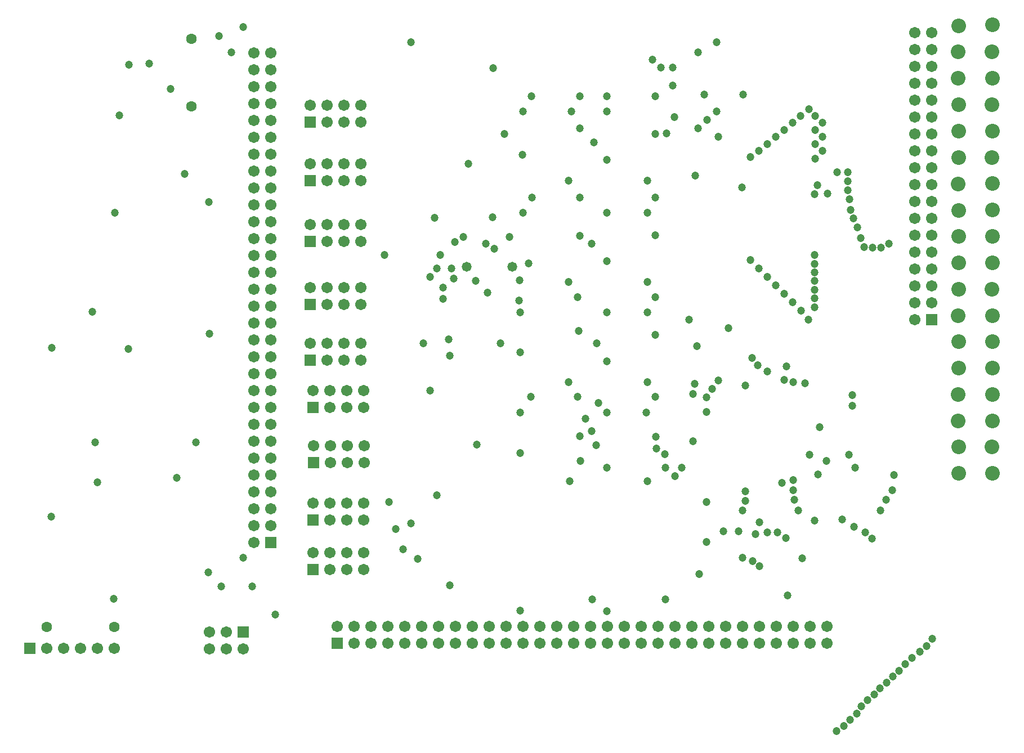
<source format=gbs>
%FSLAX25Y25*%
%MOIN*%
G70*
G01*
G75*
G04 Layer_Color=16711935*
%ADD10O,0.01378X0.06693*%
%ADD11R,0.06693X0.04331*%
%ADD12R,0.11811X0.04331*%
%ADD13R,0.35827X0.41929*%
%ADD14R,0.10236X0.04331*%
%ADD15R,0.04331X0.06693*%
%ADD16R,0.05512X0.03937*%
%ADD17R,0.05512X0.12795*%
%ADD18O,0.07087X0.02362*%
%ADD19O,0.02165X0.07874*%
%ADD20O,0.07874X0.02165*%
%ADD21O,0.02756X0.09843*%
%ADD22C,0.01000*%
%ADD23C,0.02000*%
%ADD24C,0.02953*%
%ADD25C,0.03937*%
%ADD26C,0.04000*%
%ADD27C,0.01969*%
%ADD28R,0.05906X0.05906*%
%ADD29C,0.05906*%
%ADD30C,0.05512*%
%ADD31R,0.05906X0.05906*%
%ADD32C,0.07874*%
%ADD33C,0.03937*%
%ADD34C,0.05000*%
%ADD35C,0.07543*%
G04:AMPARAMS|DCode=36|XSize=93.465mil|YSize=93.465mil|CornerRadius=0mil|HoleSize=0mil|Usage=FLASHONLY|Rotation=0.000|XOffset=0mil|YOffset=0mil|HoleType=Round|Shape=Relief|Width=10mil|Gap=10mil|Entries=4|*
%AMTHD36*
7,0,0,0.09347,0.07347,0.01000,45*
%
%ADD36THD36*%
%ADD37C,0.07347*%
%ADD38C,0.08921*%
%ADD39C,0.05969*%
G04:AMPARAMS|DCode=40|XSize=79.685mil|YSize=79.685mil|CornerRadius=0mil|HoleSize=0mil|Usage=FLASHONLY|Rotation=0.000|XOffset=0mil|YOffset=0mil|HoleType=Round|Shape=Relief|Width=10mil|Gap=10mil|Entries=4|*
%AMTHD40*
7,0,0,0.07969,0.05969,0.01000,45*
%
%ADD40THD40*%
%ADD41C,0.06800*%
G04:AMPARAMS|DCode=42|XSize=95.433mil|YSize=95.433mil|CornerRadius=0mil|HoleSize=0mil|Usage=FLASHONLY|Rotation=0.000|XOffset=0mil|YOffset=0mil|HoleType=Round|Shape=Relief|Width=10mil|Gap=10mil|Entries=4|*
%AMTHD42*
7,0,0,0.09543,0.07543,0.01000,45*
%
%ADD42THD42*%
%ADD43C,0.02913*%
%ADD44C,0.00984*%
%ADD45C,0.02362*%
%ADD46C,0.00787*%
%ADD47C,0.00800*%
%ADD48O,0.02178X0.07493*%
%ADD49R,0.07493X0.05131*%
%ADD50R,0.12611X0.05131*%
%ADD51R,0.36627X0.42729*%
%ADD52R,0.11036X0.05131*%
%ADD53R,0.05131X0.07493*%
%ADD54R,0.06312X0.04737*%
%ADD55R,0.06312X0.13595*%
%ADD56O,0.07887X0.03162*%
%ADD57O,0.02965X0.08674*%
%ADD58O,0.08674X0.02965*%
%ADD59O,0.03556X0.10642*%
%ADD60R,0.06706X0.06706*%
%ADD61C,0.06706*%
%ADD62C,0.06312*%
%ADD63R,0.06706X0.06706*%
%ADD64C,0.08674*%
%ADD65C,0.04737*%
%ADD66C,0.05800*%
D60*
X114500Y119500D02*
D03*
X240551Y129134D02*
D03*
X282000Y166000D02*
D03*
Y195500D02*
D03*
X282500Y229500D02*
D03*
X282000Y262000D02*
D03*
X280500Y290000D02*
D03*
Y323000D02*
D03*
Y360500D02*
D03*
Y396500D02*
D03*
X296272Y122453D02*
D03*
X280500Y431000D02*
D03*
D61*
X124500Y119500D02*
D03*
X134500D02*
D03*
X144500D02*
D03*
X154500D02*
D03*
X164500D02*
D03*
X240551Y119134D02*
D03*
X230551Y129134D02*
D03*
Y119134D02*
D03*
X220551Y129134D02*
D03*
Y119134D02*
D03*
X638425Y484173D02*
D03*
X648425D02*
D03*
X638425Y474173D02*
D03*
X648425D02*
D03*
X638425Y464173D02*
D03*
X648425D02*
D03*
X638425Y454173D02*
D03*
X648425D02*
D03*
X638425Y444173D02*
D03*
X648425D02*
D03*
X638425Y434173D02*
D03*
X648425D02*
D03*
X638425Y424173D02*
D03*
X648425D02*
D03*
X638425Y414173D02*
D03*
X648425D02*
D03*
X638425Y404173D02*
D03*
X648425D02*
D03*
X638425Y394173D02*
D03*
X648425D02*
D03*
X638425Y384173D02*
D03*
X648425D02*
D03*
X638425Y374173D02*
D03*
X648425D02*
D03*
X638425Y364173D02*
D03*
X648425D02*
D03*
X638425Y354173D02*
D03*
X648425D02*
D03*
X638425Y344173D02*
D03*
X648425D02*
D03*
X638425Y334173D02*
D03*
X648425D02*
D03*
X638425Y324173D02*
D03*
X648425D02*
D03*
X638425Y314173D02*
D03*
X257000Y432000D02*
D03*
X247000D02*
D03*
X257000Y442000D02*
D03*
X247000D02*
D03*
X257000Y452000D02*
D03*
X247000D02*
D03*
X257000Y462000D02*
D03*
X247000D02*
D03*
X257000Y472000D02*
D03*
X247000D02*
D03*
Y182000D02*
D03*
X257000Y192000D02*
D03*
X247000D02*
D03*
X257000Y202000D02*
D03*
X247000D02*
D03*
X257000Y212000D02*
D03*
X247000D02*
D03*
X257000Y222000D02*
D03*
X247000D02*
D03*
X257000Y232000D02*
D03*
X247000D02*
D03*
X257000Y242000D02*
D03*
X247000D02*
D03*
X257000Y252000D02*
D03*
X247000D02*
D03*
X257000Y262000D02*
D03*
X247000D02*
D03*
X257000Y272000D02*
D03*
X247000D02*
D03*
X257000Y282000D02*
D03*
X247000D02*
D03*
X257000Y292000D02*
D03*
X247000D02*
D03*
X257000Y302000D02*
D03*
X247000D02*
D03*
X257000Y312000D02*
D03*
X247000D02*
D03*
X257000Y322000D02*
D03*
X247000D02*
D03*
X257000Y332000D02*
D03*
X247000D02*
D03*
X257000Y342000D02*
D03*
X247000D02*
D03*
X257000Y352000D02*
D03*
X247000D02*
D03*
X257000Y362000D02*
D03*
X247000D02*
D03*
X257000Y372000D02*
D03*
X247000D02*
D03*
X257000Y382000D02*
D03*
X247000D02*
D03*
X257000Y392000D02*
D03*
X247000D02*
D03*
X257000Y402000D02*
D03*
X247000D02*
D03*
X257000Y412000D02*
D03*
X247000D02*
D03*
X257000Y422000D02*
D03*
X247000D02*
D03*
X312000Y176000D02*
D03*
Y166000D02*
D03*
X302000Y176000D02*
D03*
Y166000D02*
D03*
X292000Y176000D02*
D03*
Y166000D02*
D03*
X282000Y176000D02*
D03*
X312000Y205500D02*
D03*
Y195500D02*
D03*
X302000Y205500D02*
D03*
Y195500D02*
D03*
X292000Y205500D02*
D03*
Y195500D02*
D03*
X282000Y205500D02*
D03*
X312500Y239500D02*
D03*
Y229500D02*
D03*
X302500Y239500D02*
D03*
Y229500D02*
D03*
X292500Y239500D02*
D03*
Y229500D02*
D03*
X282500Y239500D02*
D03*
X312000Y272000D02*
D03*
Y262000D02*
D03*
X302000Y272000D02*
D03*
Y262000D02*
D03*
X292000Y272000D02*
D03*
Y262000D02*
D03*
X282000Y272000D02*
D03*
X310500Y300000D02*
D03*
Y290000D02*
D03*
X300500Y300000D02*
D03*
Y290000D02*
D03*
X290500Y300000D02*
D03*
Y290000D02*
D03*
X280500Y300000D02*
D03*
X310500Y333000D02*
D03*
Y323000D02*
D03*
X300500Y333000D02*
D03*
Y323000D02*
D03*
X290500Y333000D02*
D03*
Y323000D02*
D03*
X280500Y333000D02*
D03*
X310500Y370500D02*
D03*
Y360500D02*
D03*
X300500Y370500D02*
D03*
Y360500D02*
D03*
X290500Y370500D02*
D03*
Y360500D02*
D03*
X280500Y370500D02*
D03*
X310500Y406500D02*
D03*
Y396500D02*
D03*
X300500Y406500D02*
D03*
Y396500D02*
D03*
X290500Y406500D02*
D03*
Y396500D02*
D03*
X280500Y406500D02*
D03*
X546272Y122453D02*
D03*
Y132453D02*
D03*
X556272Y122453D02*
D03*
Y132453D02*
D03*
X566272Y122453D02*
D03*
Y132453D02*
D03*
X576272Y122453D02*
D03*
Y132453D02*
D03*
X586272Y122453D02*
D03*
Y132453D02*
D03*
X296272D02*
D03*
X306272Y122453D02*
D03*
Y132453D02*
D03*
X316272Y122453D02*
D03*
Y132453D02*
D03*
X326272Y122453D02*
D03*
Y132453D02*
D03*
X336272Y122453D02*
D03*
Y132453D02*
D03*
X346272Y122453D02*
D03*
Y132453D02*
D03*
X356272Y122453D02*
D03*
Y132453D02*
D03*
X366272Y122453D02*
D03*
Y132453D02*
D03*
X376272Y122453D02*
D03*
Y132453D02*
D03*
X386272Y122453D02*
D03*
Y132453D02*
D03*
X396272Y122453D02*
D03*
Y132453D02*
D03*
X406272Y122453D02*
D03*
Y132453D02*
D03*
X416272Y122453D02*
D03*
Y132453D02*
D03*
X426272Y122453D02*
D03*
Y132453D02*
D03*
X436272Y122453D02*
D03*
Y132453D02*
D03*
X446272Y122453D02*
D03*
Y132453D02*
D03*
X456272Y122453D02*
D03*
Y132453D02*
D03*
X466272Y122453D02*
D03*
Y132453D02*
D03*
X476272Y122453D02*
D03*
Y132453D02*
D03*
X486272Y122453D02*
D03*
Y132453D02*
D03*
X496272Y122453D02*
D03*
Y132453D02*
D03*
X506272Y122453D02*
D03*
Y132453D02*
D03*
X516272Y122453D02*
D03*
Y132453D02*
D03*
X526272Y122453D02*
D03*
Y132453D02*
D03*
X536272Y122453D02*
D03*
Y132453D02*
D03*
X310500Y441000D02*
D03*
Y431000D02*
D03*
X300500Y441000D02*
D03*
Y431000D02*
D03*
X290500Y441000D02*
D03*
Y431000D02*
D03*
X280500Y441000D02*
D03*
D62*
X164488Y132283D02*
D03*
X124488D02*
D03*
X210000Y480500D02*
D03*
Y440500D02*
D03*
D63*
X648425Y314173D02*
D03*
X257000Y182000D02*
D03*
D64*
X664300Y488300D02*
D03*
X684300Y488700D02*
D03*
X664100Y472700D02*
D03*
X684100D02*
D03*
X664100Y457100D02*
D03*
X684300Y457000D02*
D03*
X664300Y441500D02*
D03*
X684200D02*
D03*
X664300Y425800D02*
D03*
X684300D02*
D03*
X664300Y410300D02*
D03*
X684200D02*
D03*
X664100Y394600D02*
D03*
X684300Y394700D02*
D03*
X664500Y378900D02*
D03*
X684400Y379100D02*
D03*
X664400Y363500D02*
D03*
X684400D02*
D03*
X664300Y347900D02*
D03*
X684400D02*
D03*
X664400Y332300D02*
D03*
X684200D02*
D03*
X664100Y316600D02*
D03*
X684400D02*
D03*
X664400Y301100D02*
D03*
X684300D02*
D03*
X664500Y285400D02*
D03*
X684300Y285500D02*
D03*
X664200Y269900D02*
D03*
X684400D02*
D03*
X664200Y254300D02*
D03*
X684300D02*
D03*
X664500Y238700D02*
D03*
X684200D02*
D03*
X664300Y223100D02*
D03*
X684300D02*
D03*
D65*
X406200Y411700D02*
D03*
X172900Y465200D02*
D03*
X533900Y188800D02*
D03*
X524900Y188700D02*
D03*
X151500Y318900D02*
D03*
X561900Y184900D02*
D03*
X538189Y206693D02*
D03*
X542520Y171260D02*
D03*
X546457Y168110D02*
D03*
X507874Y275984D02*
D03*
X240551Y487402D02*
D03*
X185039Y465748D02*
D03*
X167323Y435039D02*
D03*
X240551Y173228D02*
D03*
X331102Y190157D02*
D03*
X527953Y309055D02*
D03*
X504724Y314173D02*
D03*
X536614Y447638D02*
D03*
X513779D02*
D03*
X488189Y463386D02*
D03*
X388583Y462992D02*
D03*
X483071Y468110D02*
D03*
X197638Y450787D02*
D03*
X233858Y472441D02*
D03*
X226378Y482282D02*
D03*
X559841Y217322D02*
D03*
X571654Y172835D02*
D03*
X510630Y163386D02*
D03*
X509449Y298425D02*
D03*
X491339Y424409D02*
D03*
X484646Y424016D02*
D03*
X507087Y270079D02*
D03*
Y242126D02*
D03*
X451124Y264961D02*
D03*
X220472Y383858D02*
D03*
X220866Y305906D02*
D03*
X212598Y241339D02*
D03*
X220079Y164567D02*
D03*
X172835Y296850D02*
D03*
X164567Y377559D02*
D03*
X164173Y148819D02*
D03*
X154500Y217886D02*
D03*
X389500Y356000D02*
D03*
X385500Y330000D02*
D03*
X522000Y422500D02*
D03*
Y278000D02*
D03*
X515000Y268000D02*
D03*
X518500Y273000D02*
D03*
X443500Y255500D02*
D03*
X447000Y248000D02*
D03*
X515000Y206000D02*
D03*
Y259500D02*
D03*
X510000Y427500D02*
D03*
Y472500D02*
D03*
X515500Y432500D02*
D03*
X521000Y437500D02*
D03*
Y478500D02*
D03*
X542000Y291500D02*
D03*
X579134Y347244D02*
D03*
X378398Y337102D02*
D03*
X398500Y363000D02*
D03*
X371000D02*
D03*
X393000Y300000D02*
D03*
X447000Y359000D02*
D03*
X448500Y419000D02*
D03*
X395500Y424000D02*
D03*
X557000Y188000D02*
D03*
X551000D02*
D03*
X569500Y201000D02*
D03*
X567000Y207500D02*
D03*
X602500Y191500D02*
D03*
X609000Y188000D02*
D03*
X613000Y184500D02*
D03*
X618000Y201000D02*
D03*
X621500Y207500D02*
D03*
X566500Y213000D02*
D03*
X625000D02*
D03*
X626000Y222000D02*
D03*
X566500Y219000D02*
D03*
X586000Y230500D02*
D03*
X440500D02*
D03*
X490500Y234500D02*
D03*
X599500Y234000D02*
D03*
X500500Y226500D02*
D03*
X603000D02*
D03*
X496500Y221500D02*
D03*
X581000Y222500D02*
D03*
X575500Y314000D02*
D03*
X571000Y319500D02*
D03*
X566000Y324500D02*
D03*
X561000Y329500D02*
D03*
X556000Y334500D02*
D03*
X551000Y339500D02*
D03*
X546000Y344500D02*
D03*
X541000Y349500D02*
D03*
X601500Y263000D02*
D03*
X582000Y250500D02*
D03*
X601500Y269500D02*
D03*
X576000Y234000D02*
D03*
X538000Y275000D02*
D03*
X545500Y287000D02*
D03*
X551000Y283500D02*
D03*
X562500Y286500D02*
D03*
X561000Y278500D02*
D03*
X566500Y277000D02*
D03*
X573500Y276500D02*
D03*
X536000Y392500D02*
D03*
X450000Y300000D02*
D03*
X434000Y218500D02*
D03*
X480000D02*
D03*
X433500Y277000D02*
D03*
X480000D02*
D03*
X433500Y336500D02*
D03*
X480000D02*
D03*
X433500Y396500D02*
D03*
X480000D02*
D03*
X364000Y344500D02*
D03*
X365500Y338500D02*
D03*
X544000Y187000D02*
D03*
X340000Y193500D02*
D03*
X536500Y173000D02*
D03*
X357500Y352500D02*
D03*
X536500Y201000D02*
D03*
X335500Y178000D02*
D03*
X327000Y206000D02*
D03*
X344000Y172500D02*
D03*
X515000Y182500D02*
D03*
X340000Y478500D02*
D03*
X347500Y300000D02*
D03*
X351500Y339500D02*
D03*
Y272000D02*
D03*
X355500Y344500D02*
D03*
Y210000D02*
D03*
X359000Y333000D02*
D03*
X324500Y352500D02*
D03*
X384500Y359000D02*
D03*
X374000Y406500D02*
D03*
X546457Y194095D02*
D03*
X409842Y347638D02*
D03*
X404724Y294882D02*
D03*
Y259055D02*
D03*
Y235039D02*
D03*
Y318504D02*
D03*
X406299Y437402D02*
D03*
X440158Y446457D02*
D03*
Y427559D02*
D03*
X440043Y386500D02*
D03*
X440158Y363779D02*
D03*
X438583Y327559D02*
D03*
X439369Y307480D02*
D03*
X438583Y268504D02*
D03*
X440158Y245276D02*
D03*
X455905Y226378D02*
D03*
Y259055D02*
D03*
Y289370D02*
D03*
Y318504D02*
D03*
Y348819D02*
D03*
Y377559D02*
D03*
X484646Y446457D02*
D03*
Y386614D02*
D03*
Y364173D02*
D03*
Y327559D02*
D03*
Y305118D02*
D03*
Y268504D02*
D03*
X485433Y237795D02*
D03*
X485039Y244882D02*
D03*
X455905Y408661D02*
D03*
Y437402D02*
D03*
X404331Y337402D02*
D03*
X562992Y150787D02*
D03*
X449606Y239764D02*
D03*
X259842Y139370D02*
D03*
X447244Y148425D02*
D03*
X404724Y141732D02*
D03*
X455905Y141339D02*
D03*
X490551Y148425D02*
D03*
Y226378D02*
D03*
X411417Y446457D02*
D03*
X435039Y437402D02*
D03*
X411811Y386614D02*
D03*
X406299Y377559D02*
D03*
X403937Y325590D02*
D03*
X411028Y268500D02*
D03*
X479472Y259000D02*
D03*
X479917Y318500D02*
D03*
X479921Y377559D02*
D03*
X455905Y446457D02*
D03*
X362205Y302362D02*
D03*
X379134Y240158D02*
D03*
X538189Y212598D02*
D03*
X227559Y156299D02*
D03*
X246063D02*
D03*
X362992Y156693D02*
D03*
Y292913D02*
D03*
X359055Y326378D02*
D03*
X595276Y195669D02*
D03*
X579134Y195276D02*
D03*
X388500Y374886D02*
D03*
X366142Y360236D02*
D03*
X354000Y374472D02*
D03*
X126902Y197508D02*
D03*
X494882Y463386D02*
D03*
X508268Y399606D02*
D03*
X494882Y452756D02*
D03*
X496063Y434252D02*
D03*
X579000Y321500D02*
D03*
X579133Y326771D02*
D03*
X579069Y331760D02*
D03*
X579133Y337007D02*
D03*
Y342125D02*
D03*
Y352361D02*
D03*
X540945Y410630D02*
D03*
X546063Y414173D02*
D03*
X551181Y418110D02*
D03*
X555905Y422441D02*
D03*
X561024Y426378D02*
D03*
X566142Y430709D02*
D03*
X570866Y434646D02*
D03*
X575591Y438976D02*
D03*
X579528Y409449D02*
D03*
X583858Y414173D02*
D03*
X579528Y418110D02*
D03*
X583858Y422441D02*
D03*
X579528Y426378D02*
D03*
X583858Y430709D02*
D03*
X579528Y434646D02*
D03*
X592520Y401575D02*
D03*
X579133Y388582D02*
D03*
X592126Y70472D02*
D03*
X596457Y73622D02*
D03*
X580709Y393701D02*
D03*
X599999Y77165D02*
D03*
X586602Y388965D02*
D03*
X603936Y80708D02*
D03*
X598819Y401575D02*
D03*
X606692Y85039D02*
D03*
X610235Y88976D02*
D03*
X598818Y396062D02*
D03*
X598819Y390945D02*
D03*
X614246Y92198D02*
D03*
X617714Y95712D02*
D03*
X599605Y385432D02*
D03*
X621654Y99213D02*
D03*
X600392Y379133D02*
D03*
X625441Y102756D02*
D03*
X602071Y374196D02*
D03*
X629133Y106299D02*
D03*
X604329Y368897D02*
D03*
X632676Y110236D02*
D03*
X606298Y362598D02*
D03*
X636614Y113779D02*
D03*
X608266Y357086D02*
D03*
X613386Y356693D02*
D03*
X641339Y117323D02*
D03*
X645276Y120866D02*
D03*
X618503Y356692D02*
D03*
X623145Y359032D02*
D03*
X648818Y125197D02*
D03*
X206000Y400500D02*
D03*
X127500Y297500D02*
D03*
X201400Y220600D02*
D03*
X153000Y241400D02*
D03*
D66*
X400000Y345500D02*
D03*
X373000D02*
D03*
M02*

</source>
